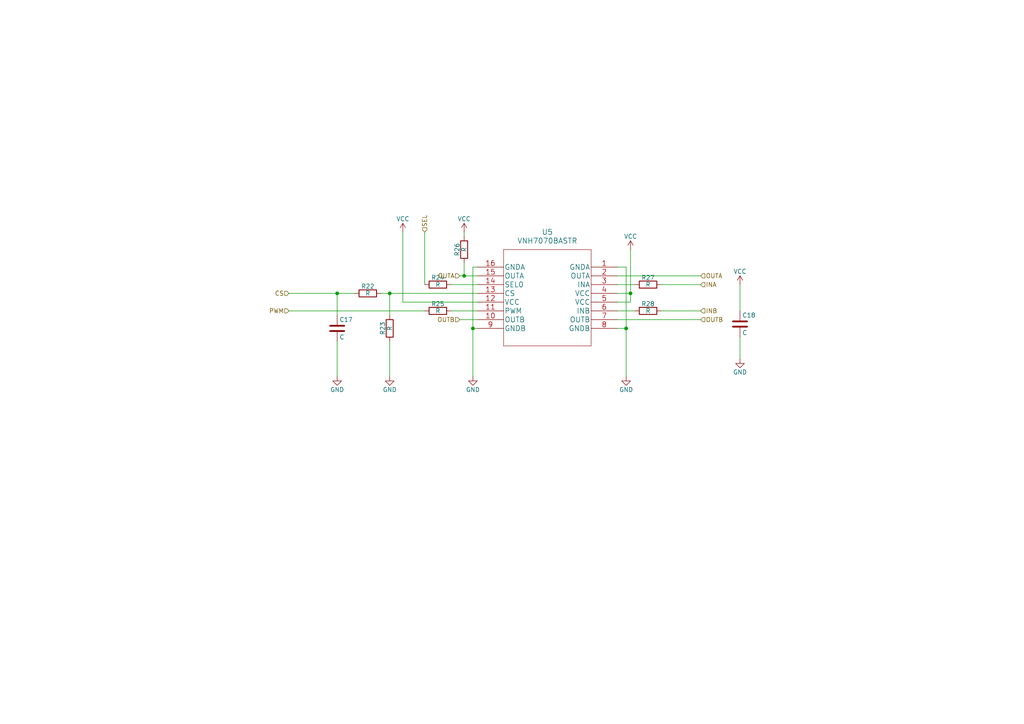
<source format=kicad_sch>
(kicad_sch (version 20211123) (generator eeschema)
  (paper "A4")
  (lib_symbols
    (symbol "Device:C" (pin_numbers hide) (pin_names (offset 0.254))
      (property "Reference" "C" (at 0.635 2.54 0))
      (property "Value" "C" (at 0.635 -2.54 0))
      (symbol "C_0_1"
        (polyline (pts (xy -2.032 -0.762) (xy 2.032 -0.762)) (stroke (width 0.508)))
        (polyline (pts (xy -2.032 0.762) (xy 2.032 0.762)) (stroke (width 0.508)))
      )
      (symbol "C_1_1"
        (pin passive line (at 0 3.81 270) (length 2.794) (name "~") (number "1"))
        (pin passive line (at 0 -3.81 90) (length 2.794) (name "~") (number "2"))
      )
    )
    (symbol "Device:R" (pin_numbers hide) (pin_names (offset 0))
      (property "Reference" "R" (at 2.032 0 90))
      (property "Value" "R" (at 0 0 90))
      (symbol "R_0_1"
        (rectangle (start -1.016 -2.54) (end 1.016 2.54) (stroke (width 0.254)))
      )
      (symbol "R_1_1"
        (pin passive line (at 0 3.81 270) (length 1.27) (name "~") (number "1"))
        (pin passive line (at 0 -3.81 90) (length 1.27) (name "~") (number "2"))
      )
    )
    (symbol "power:GND" (power) (pin_names (offset 0))
      (property "Value" "GND" (at 0 -3.81 0))
      (symbol "GND_0_1"
        (polyline (pts (xy 0 0) (xy 0 -1.27) (xy 1.27 -1.27) (xy 0 -2.54) (xy -1.27 -1.27) (xy 0 -1.27)))
      )
      (symbol "GND_1_1"
        (pin power_in line (at 0 0 270) (length 0) hide (name "GND") (number "1"))
      )
    )
    (symbol "power:VCC" (power) (pin_names (offset 0))
      (property "Value" "VCC" (at 0 3.81 0))
      (symbol "VCC_0_1"
        (polyline (pts (xy -0.762 1.27) (xy 0 2.54)))
        (polyline (pts (xy 0 0) (xy 0 2.54)))
        (polyline (pts (xy 0 2.54) (xy 0.762 1.27)))
      )
      (symbol "VCC_1_1"
        (pin power_in line (at 0 0 90) (length 0) hide (name "VCC") (number "1"))
      )
    )
    (symbol "vnh7070bas:VNH7070BASTR" (pin_names (offset 0.254))
      (property "Reference" "U" (at 20.32 10.16 0))
      (property "Value" "VNH7070BASTR" (at 20.32 7.62 0))
      (symbol "VNH7070BASTR_1_1"
        (polyline (pts (xy 7.62 -22.86) (xy 33.02 -22.86)) (stroke (width 0.127)))
        (polyline (pts (xy 7.62 5.08) (xy 7.62 -22.86)) (stroke (width 0.127)))
        (polyline (pts (xy 33.02 -22.86) (xy 33.02 5.08)) (stroke (width 0.127)))
        (polyline (pts (xy 33.02 5.08) (xy 7.62 5.08)) (stroke (width 0.127)))
        (pin power_in line (at 0 0 0) (length 7.62) (name "GNDA") (number "1"))
        (pin output line (at 40.64 -15.24 180) (length 7.62) (name "OUTB") (number "10"))
        (pin input line (at 40.64 -12.7 180) (length 7.62) (name "PWM") (number "11"))
        (pin power_in line (at 40.64 -10.16 180) (length 7.62) (name "VCC") (number "12"))
        (pin output line (at 40.64 -7.62 180) (length 7.62) (name "CS") (number "13"))
        (pin input line (at 40.64 -5.08 180) (length 7.62) (name "SEL0") (number "14"))
        (pin output line (at 40.64 -2.54 180) (length 7.62) (name "OUTA") (number "15"))
        (pin power_in line (at 40.64 0 180) (length 7.62) (name "GNDA") (number "16"))
        (pin output line (at 0 -2.54 0) (length 7.62) (name "OUTA") (number "2"))
        (pin input line (at 0 -5.08 0) (length 7.62) (name "INA") (number "3"))
        (pin power_in line (at 0 -7.62 0) (length 7.62) (name "VCC") (number "4"))
        (pin power_in line (at 0 -10.16 0) (length 7.62) (name "VCC") (number "5"))
        (pin input line (at 0 -12.7 0) (length 7.62) (name "INB") (number "6"))
        (pin output line (at 0 -15.24 0) (length 7.62) (name "OUTB") (number "7"))
        (pin power_in line (at 0 -17.78 0) (length 7.62) (name "GNDB") (number "8"))
        (pin power_in line (at 40.64 -17.78 180) (length 7.62) (name "GNDB") (number "9"))
      )
    )
  )
  (junction (at 181.61 95.25))
  (junction (at 113.03 85.09))
  (junction (at 182.88 85.09))
  (junction (at 137.16 95.25))
  (junction (at 97.79 85.09))
  (junction (at 134.62 80.01))
  (wire (pts (xy 130.81 90.17) (xy 138.43 90.17)))
  (wire (pts (xy 191.77 90.17) (xy 203.2 90.17)))
  (wire (pts (xy 133.35 92.71) (xy 138.43 92.71)))
  (wire (pts (xy 102.87 85.09) (xy 97.79 85.09)))
  (wire (pts (xy 134.62 80.01) (xy 138.43 80.01)))
  (wire (pts (xy 134.62 76.2) (xy 134.62 80.01)))
  (wire (pts (xy 138.43 95.25) (xy 137.16 95.25)))
  (wire (pts (xy 134.62 67.31) (xy 134.62 68.58)))
  (wire (pts (xy 179.07 82.55) (xy 184.15 82.55)))
  (wire (pts (xy 179.07 85.09) (xy 182.88 85.09)))
  (wire (pts (xy 113.03 85.09) (xy 113.03 91.44)))
  (wire (pts (xy 182.88 87.63) (xy 182.88 85.09)))
  (wire (pts (xy 182.88 85.09) (xy 182.88 72.39)))
  (wire (pts (xy 179.07 95.25) (xy 181.61 95.25)))
  (wire (pts (xy 83.82 90.17) (xy 123.19 90.17)))
  (wire (pts (xy 179.07 77.47) (xy 181.61 77.47)))
  (wire (pts (xy 191.77 82.55) (xy 203.2 82.55)))
  (wire (pts (xy 110.49 85.09) (xy 113.03 85.09)))
  (wire (pts (xy 113.03 85.09) (xy 138.43 85.09)))
  (wire (pts (xy 179.07 87.63) (xy 182.88 87.63)))
  (wire (pts (xy 181.61 77.47) (xy 181.61 95.25)))
  (wire (pts (xy 97.79 99.06) (xy 97.79 109.22)))
  (wire (pts (xy 137.16 77.47) (xy 137.16 95.25)))
  (wire (pts (xy 113.03 99.06) (xy 113.03 109.22)))
  (wire (pts (xy 130.81 82.55) (xy 138.43 82.55)))
  (wire (pts (xy 116.84 87.63) (xy 116.84 67.31)))
  (wire (pts (xy 83.82 85.09) (xy 97.79 85.09)))
  (wire (pts (xy 138.43 87.63) (xy 116.84 87.63)))
  (wire (pts (xy 123.19 67.31) (xy 123.19 82.55)))
  (wire (pts (xy 203.2 92.71) (xy 179.07 92.71)))
  (wire (pts (xy 179.07 90.17) (xy 184.15 90.17)))
  (wire (pts (xy 138.43 77.47) (xy 137.16 77.47)))
  (wire (pts (xy 179.07 80.01) (xy 203.2 80.01)))
  (wire (pts (xy 133.35 80.01) (xy 134.62 80.01)))
  (wire (pts (xy 181.61 95.25) (xy 181.61 109.22)))
  (wire (pts (xy 137.16 95.25) (xy 137.16 109.22)))
  (wire (pts (xy 214.63 82.55) (xy 214.63 90.17)))
  (wire (pts (xy 97.79 85.09) (xy 97.79 91.44)))
  (wire (pts (xy 214.63 97.79) (xy 214.63 104.14)))
  (hierarchical_label "INB" (shape input) (at 203.2 90.17 0))
  (hierarchical_label "OUTB" (shape input) (at 133.35 92.71 180))
  (hierarchical_label "OUTA" (shape input) (at 133.35 80.01 180))
  (hierarchical_label "CS" (shape input) (at 83.82 85.09 180))
  (hierarchical_label "OUTB" (shape input) (at 203.2 92.71 0))
  (hierarchical_label "OUTA" (shape input) (at 203.2 80.01 0))
  (hierarchical_label "PWM" (shape input) (at 83.82 90.17 180))
  (hierarchical_label "SEL" (shape input) (at 123.19 67.31 90))
  (hierarchical_label "INA" (shape input) (at 203.2 82.55 0))
  (symbol (lib_id "Device:R") (at 113.03 95.25 180) (unit 1)
    (property "Reference" "R23" (at 110.998 95.25 90))
    (property "Value" "R" (at 113.03 95.25 90))
    (property "Footprint" "Resistor_SMD:R_0805_2012Metric_Pad1.20x1.40mm_HandSolder" (effects hide))
  )
  (symbol (lib_id "power:VCC") (at 116.84 67.31 0) (unit 1)
    (property "Reference" "#PWR0109" (effects hide))
    (property "Value" "VCC" (at 116.84 63.5 0))
  )
  (symbol (lib_id "power:GND") (at 113.03 109.22 0) (unit 1)
    (property "Reference" "#PWR0107" (effects hide))
    (property "Value" "GND" (at 113.03 113.03 0))
  )
  (symbol (lib_id "power:GND") (at 181.61 109.22 0) (unit 1)
    (property "Reference" "#PWR047" (effects hide))
    (property "Value" "GND" (at 181.61 113.03 0))
  )
  (symbol (lib_id "Device:R") (at 134.62 72.39 180) (unit 1)
    (property "Reference" "R26" (at 132.588 72.39 90))
    (property "Value" "R" (at 134.62 72.39 90))
    (property "Footprint" "Resistor_SMD:R_0805_2012Metric_Pad1.20x1.40mm_HandSolder" (effects hide))
  )
  (symbol (lib_id "Device:R") (at 127 90.17 90) (unit 1)
    (property "Reference" "R25" (at 127 88.138 90))
    (property "Value" "R" (at 127 90.17 90))
    (property "Footprint" "Resistor_SMD:R_0805_2012Metric_Pad1.20x1.40mm_HandSolder" (effects hide))
  )
  (symbol (lib_id "power:VCC") (at 134.62 67.31 0) (unit 1)
    (property "Reference" "#PWR045" (effects hide))
    (property "Value" "VCC" (at 134.62 63.5 0))
  )
  (symbol (lib_id "Device:R") (at 187.96 82.55 90) (unit 1)
    (property "Reference" "R27" (at 187.96 80.518 90))
    (property "Value" "R" (at 187.96 82.55 90))
    (property "Footprint" "Resistor_SMD:R_0805_2012Metric_Pad1.20x1.40mm_HandSolder" (effects hide))
  )
  (symbol (lib_id "Device:R") (at 106.68 85.09 90) (unit 1)
    (property "Reference" "R22" (at 106.68 83.058 90))
    (property "Value" "R" (at 106.68 85.09 90))
    (property "Footprint" "Resistor_SMD:R_0805_2012Metric_Pad1.20x1.40mm_HandSolder" (effects hide))
  )
  (symbol (lib_id "vnh7070bas:VNH7070BASTR") (at 179.07 77.47 0) (mirror y) (unit 1)
    (property "Reference" "U5" (at 158.75 67.31 0) (effects (font (size 1.524 1.524))))
    (property "Value" "VNH7070BASTR" (at 158.75 69.85 0) (effects (font (size 1.524 1.524))))
    (property "Footprint" "SO-16N_STM" (effects hide))
  )
  (symbol (lib_id "Device:R") (at 187.96 90.17 90) (unit 1)
    (property "Reference" "R28" (at 187.96 88.138 90))
    (property "Value" "R" (at 187.96 90.17 90))
    (property "Footprint" "Resistor_SMD:R_0805_2012Metric_Pad1.20x1.40mm_HandSolder" (effects hide))
  )
  (symbol (lib_id "Device:C") (at 97.79 95.25 0) (unit 1)
    (property "Reference" "C17" (at 98.425 92.71 0) (effects (justify left)))
    (property "Value" "C" (at 98.425 97.79 0) (effects (justify left)))
    (property "Footprint" "Capacitor_SMD:C_0805_2012Metric_Pad1.18x1.45mm_HandSolder" (effects hide))
  )
  (symbol (lib_id "power:GND") (at 214.63 104.14 0) (unit 1)
    (property "Reference" "#PWR0106" (effects hide))
    (property "Value" "GND" (at 214.63 107.95 0))
  )
  (symbol (lib_id "power:GND") (at 97.79 109.22 0) (unit 1)
    (property "Reference" "#PWR0108" (effects hide))
    (property "Value" "GND" (at 97.79 113.03 0))
  )
  (symbol (lib_id "power:VCC") (at 182.88 72.39 0) (unit 1)
    (property "Reference" "#PWR048" (effects hide))
    (property "Value" "VCC" (at 182.88 68.58 0))
  )
  (symbol (lib_id "power:GND") (at 137.16 109.22 0) (unit 1)
    (property "Reference" "#PWR046" (effects hide))
    (property "Value" "GND" (at 137.16 113.03 0))
  )
  (symbol (lib_id "Device:C") (at 214.63 93.98 0) (unit 1)
    (property "Reference" "C18" (at 215.265 91.44 0) (effects (justify left)))
    (property "Value" "C" (at 215.265 96.52 0) (effects (justify left)))
    (property "Footprint" "Capacitor_SMD:C_0805_2012Metric_Pad1.18x1.45mm_HandSolder" (effects hide))
  )
  (symbol (lib_id "Device:R") (at 127 82.55 90) (unit 1)
    (property "Reference" "R24" (at 127 80.518 90))
    (property "Value" "R" (at 127 82.55 90))
    (property "Footprint" "Resistor_SMD:R_0805_2012Metric_Pad1.20x1.40mm_HandSolder" (effects hide))
  )
  (symbol (lib_id "power:VCC") (at 214.63 82.55 0) (unit 1)
    (property "Reference" "#PWR0105" (effects hide))
    (property "Value" "VCC" (at 214.63 78.74 0))
  )
)
</source>
